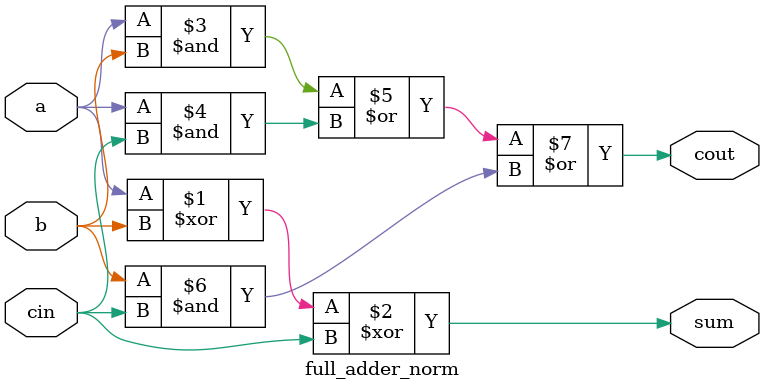
<source format=v>
module  full_adder_norm(sum,cout,a,b,cin);
	output sum,cout;
	input a,b,cin;
	assign sum = a^b^cin;
	assign cout = (a&b)|(a&cin)|(b&cin);
	//assign {cout,sum}=a+b+cin;
endmodule
</source>
